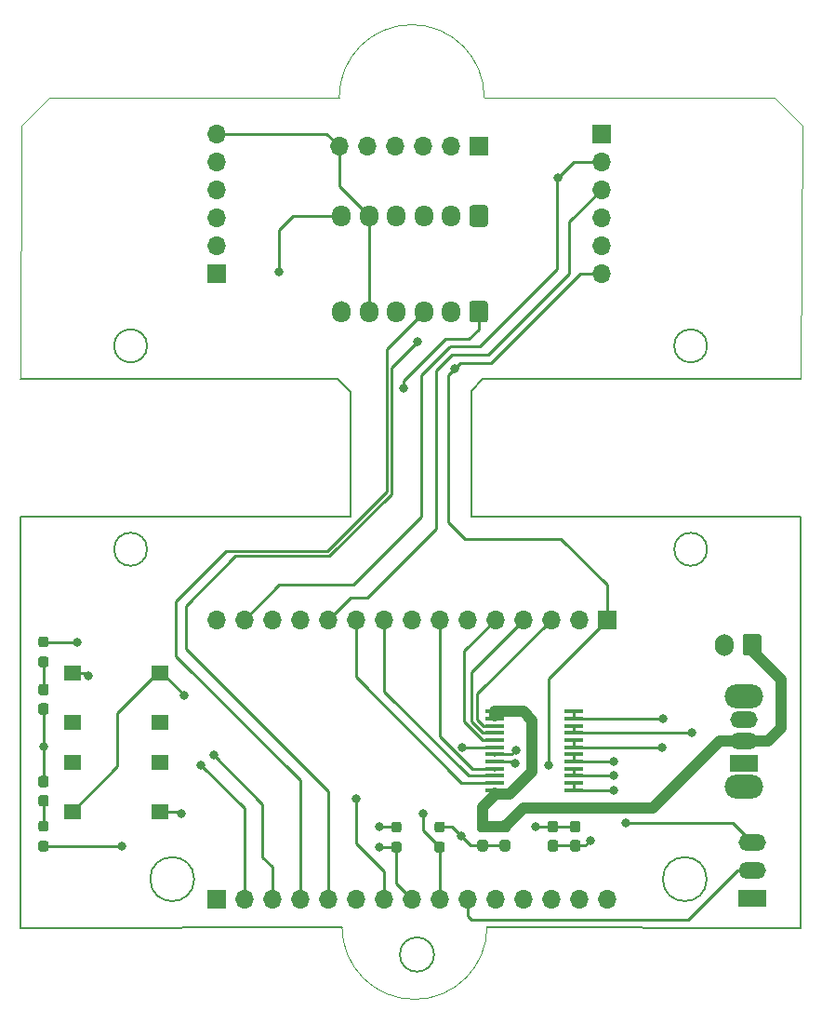
<source format=gbr>
G04 #@! TF.GenerationSoftware,KiCad,Pcbnew,5.1.10-88a1d61d58~90~ubuntu20.04.1*
G04 #@! TF.CreationDate,2021-09-26T11:40:27+02:00*
G04 #@! TF.ProjectId,micromouse_v2,6d696372-6f6d-46f7-9573-655f76322e6b,rev?*
G04 #@! TF.SameCoordinates,Original*
G04 #@! TF.FileFunction,Copper,L1,Top*
G04 #@! TF.FilePolarity,Positive*
%FSLAX46Y46*%
G04 Gerber Fmt 4.6, Leading zero omitted, Abs format (unit mm)*
G04 Created by KiCad (PCBNEW 5.1.10-88a1d61d58~90~ubuntu20.04.1) date 2021-09-26 11:40:27*
%MOMM*%
%LPD*%
G01*
G04 APERTURE LIST*
G04 #@! TA.AperFunction,Profile*
%ADD10C,0.200000*%
G04 #@! TD*
G04 #@! TA.AperFunction,Profile*
%ADD11C,0.050000*%
G04 #@! TD*
G04 #@! TA.AperFunction,ComponentPad*
%ADD12O,2.500000X1.500000*%
G04 #@! TD*
G04 #@! TA.AperFunction,ComponentPad*
%ADD13R,2.500000X1.500000*%
G04 #@! TD*
G04 #@! TA.AperFunction,ComponentPad*
%ADD14O,3.500000X2.200000*%
G04 #@! TD*
G04 #@! TA.AperFunction,SMDPad,CuDef*
%ADD15R,1.600000X1.400000*%
G04 #@! TD*
G04 #@! TA.AperFunction,SMDPad,CuDef*
%ADD16R,1.750000X0.450000*%
G04 #@! TD*
G04 #@! TA.AperFunction,ComponentPad*
%ADD17R,1.700000X1.700000*%
G04 #@! TD*
G04 #@! TA.AperFunction,ComponentPad*
%ADD18O,1.700000X1.700000*%
G04 #@! TD*
G04 #@! TA.AperFunction,ComponentPad*
%ADD19O,1.700000X2.000000*%
G04 #@! TD*
G04 #@! TA.AperFunction,ComponentPad*
%ADD20O,1.700000X1.950000*%
G04 #@! TD*
G04 #@! TA.AperFunction,ViaPad*
%ADD21C,0.800000*%
G04 #@! TD*
G04 #@! TA.AperFunction,Conductor*
%ADD22C,0.250000*%
G04 #@! TD*
G04 #@! TA.AperFunction,Conductor*
%ADD23C,1.000000*%
G04 #@! TD*
G04 APERTURE END LIST*
D10*
X149352063Y-130034000D02*
G75*
G03*
X149352063Y-130034000I-1556063J0D01*
G01*
X182714900Y-127596900D02*
X154178000Y-127508000D01*
D11*
X154178000Y-127508000D02*
G75*
G02*
X140970000Y-127508000I-6604000J0D01*
G01*
X140716000Y-52070000D02*
X114300000Y-52070000D01*
X140716000Y-52070000D02*
G75*
G02*
X153924000Y-52070000I6604000J0D01*
G01*
D10*
X152781000Y-78740000D02*
X153797000Y-77676000D01*
X140589000Y-77676000D02*
X141732000Y-78867000D01*
X152781000Y-78740000D02*
X152781000Y-90170000D01*
D11*
X180340000Y-52070000D02*
X153924000Y-52070000D01*
X182720000Y-77676000D02*
X182880000Y-54610000D01*
X111760000Y-54610000D02*
X111720000Y-77676000D01*
X180340000Y-52070000D02*
X182880000Y-54610000D01*
X111760000Y-54610000D02*
X114300000Y-52070000D01*
D10*
X111720000Y-77676000D02*
X140589000Y-77676000D01*
X141732000Y-90170000D02*
X111720000Y-90176000D01*
X111720000Y-90176000D02*
X111714900Y-127596900D01*
X182720000Y-90176000D02*
X182714900Y-127596900D01*
X123219999Y-93176000D02*
G75*
G03*
X123219999Y-93176000I-1499999J0D01*
G01*
X123219999Y-74676000D02*
G75*
G03*
X123219999Y-74676000I-1499999J0D01*
G01*
X141732000Y-78867000D02*
X141732000Y-90170000D01*
X182720000Y-77676000D02*
X153797000Y-77676000D01*
X152781000Y-90170000D02*
X182720000Y-90176000D01*
X140970000Y-127508000D02*
X111714900Y-127596900D01*
X174180000Y-123176000D02*
G75*
G03*
X174180000Y-123176000I-2000000J0D01*
G01*
X127508000Y-123176000D02*
G75*
G03*
X127508000Y-123176000I-2000000J0D01*
G01*
X174219999Y-93176000D02*
G75*
G03*
X174219999Y-93176000I-1499999J0D01*
G01*
X174219999Y-74676000D02*
G75*
G03*
X174219999Y-74676000I-1499999J0D01*
G01*
D12*
G04 #@! TO.P,SW4,3*
G04 #@! TO.N,STBY*
X178320700Y-119849900D03*
G04 #@! TO.P,SW4,2*
G04 #@! TO.N,Net-(JLEFT1-Pad10)*
X178320700Y-122389900D03*
D13*
G04 #@! TO.P,SW4,1*
G04 #@! TO.N,Net-(SW4-Pad1)*
X178320700Y-124929900D03*
G04 #@! TD*
G04 #@! TO.P,SW3,1*
G04 #@! TO.N,Net-(SW3-Pad1)*
X177546000Y-112636300D03*
D12*
G04 #@! TO.P,SW3,2*
G04 #@! TO.N,+7.5V*
X177546000Y-110636300D03*
G04 #@! TO.P,SW3,3*
G04 #@! TO.N,SW*
X177546000Y-108636300D03*
D14*
G04 #@! TO.P,SW3,*
G04 #@! TO.N,*
X177546000Y-114736300D03*
X177546000Y-106536300D03*
G04 #@! TD*
D15*
G04 #@! TO.P,SW1,2*
G04 #@! TO.N,I2C3.3V*
X116396000Y-117058000D03*
G04 #@! TO.P,SW1,1*
G04 #@! TO.N,Net-(JLEFT1-Pad8)*
X124396000Y-117058000D03*
G04 #@! TO.P,SW1,4*
G04 #@! TO.N,N/C*
X116396000Y-112558000D03*
G04 #@! TO.P,SW1,3*
X124396000Y-112558000D03*
G04 #@! TD*
G04 #@! TO.P,R2,1*
G04 #@! TO.N,Net-(JLEFT1-Pad7)*
G04 #@! TA.AperFunction,SMDPad,CuDef*
G36*
G01*
X113554500Y-101112500D02*
X114029500Y-101112500D01*
G75*
G02*
X114267000Y-101350000I0J-237500D01*
G01*
X114267000Y-101850000D01*
G75*
G02*
X114029500Y-102087500I-237500J0D01*
G01*
X113554500Y-102087500D01*
G75*
G02*
X113317000Y-101850000I0J237500D01*
G01*
X113317000Y-101350000D01*
G75*
G02*
X113554500Y-101112500I237500J0D01*
G01*
G37*
G04 #@! TD.AperFunction*
G04 #@! TO.P,R2,2*
G04 #@! TO.N,Net-(D2-Pad2)*
G04 #@! TA.AperFunction,SMDPad,CuDef*
G36*
G01*
X113554500Y-102937500D02*
X114029500Y-102937500D01*
G75*
G02*
X114267000Y-103175000I0J-237500D01*
G01*
X114267000Y-103675000D01*
G75*
G02*
X114029500Y-103912500I-237500J0D01*
G01*
X113554500Y-103912500D01*
G75*
G02*
X113317000Y-103675000I0J237500D01*
G01*
X113317000Y-103175000D01*
G75*
G02*
X113554500Y-102937500I237500J0D01*
G01*
G37*
G04 #@! TD.AperFunction*
G04 #@! TD*
G04 #@! TO.P,D2,1*
G04 #@! TO.N,GND*
G04 #@! TA.AperFunction,SMDPad,CuDef*
G36*
G01*
X114029500Y-108221000D02*
X113554500Y-108221000D01*
G75*
G02*
X113317000Y-107983500I0J237500D01*
G01*
X113317000Y-107408500D01*
G75*
G02*
X113554500Y-107171000I237500J0D01*
G01*
X114029500Y-107171000D01*
G75*
G02*
X114267000Y-107408500I0J-237500D01*
G01*
X114267000Y-107983500D01*
G75*
G02*
X114029500Y-108221000I-237500J0D01*
G01*
G37*
G04 #@! TD.AperFunction*
G04 #@! TO.P,D2,2*
G04 #@! TO.N,Net-(D2-Pad2)*
G04 #@! TA.AperFunction,SMDPad,CuDef*
G36*
G01*
X114029500Y-106471000D02*
X113554500Y-106471000D01*
G75*
G02*
X113317000Y-106233500I0J237500D01*
G01*
X113317000Y-105658500D01*
G75*
G02*
X113554500Y-105421000I237500J0D01*
G01*
X114029500Y-105421000D01*
G75*
G02*
X114267000Y-105658500I0J-237500D01*
G01*
X114267000Y-106233500D01*
G75*
G02*
X114029500Y-106471000I-237500J0D01*
G01*
G37*
G04 #@! TD.AperFunction*
G04 #@! TD*
G04 #@! TO.P,C1,1*
G04 #@! TO.N,I2C3.3V*
G04 #@! TA.AperFunction,SMDPad,CuDef*
G36*
G01*
X161966900Y-117877300D02*
X162441900Y-117877300D01*
G75*
G02*
X162679400Y-118114800I0J-237500D01*
G01*
X162679400Y-118714800D01*
G75*
G02*
X162441900Y-118952300I-237500J0D01*
G01*
X161966900Y-118952300D01*
G75*
G02*
X161729400Y-118714800I0J237500D01*
G01*
X161729400Y-118114800D01*
G75*
G02*
X161966900Y-117877300I237500J0D01*
G01*
G37*
G04 #@! TD.AperFunction*
G04 #@! TO.P,C1,2*
G04 #@! TO.N,GND*
G04 #@! TA.AperFunction,SMDPad,CuDef*
G36*
G01*
X161966900Y-119602300D02*
X162441900Y-119602300D01*
G75*
G02*
X162679400Y-119839800I0J-237500D01*
G01*
X162679400Y-120439800D01*
G75*
G02*
X162441900Y-120677300I-237500J0D01*
G01*
X161966900Y-120677300D01*
G75*
G02*
X161729400Y-120439800I0J237500D01*
G01*
X161729400Y-119839800D01*
G75*
G02*
X161966900Y-119602300I237500J0D01*
G01*
G37*
G04 #@! TD.AperFunction*
G04 #@! TD*
D16*
G04 #@! TO.P,U1,1*
G04 #@! TO.N,LM+*
X162096000Y-115081000D03*
G04 #@! TO.P,U1,2*
X162096000Y-114431000D03*
G04 #@! TO.P,U1,3*
G04 #@! TO.N,GND*
X162096000Y-113781000D03*
G04 #@! TO.P,U1,4*
X162096000Y-113131000D03*
G04 #@! TO.P,U1,5*
G04 #@! TO.N,LM-*
X162096000Y-112481000D03*
G04 #@! TO.P,U1,6*
X162096000Y-111831000D03*
G04 #@! TO.P,U1,7*
G04 #@! TO.N,RM+*
X162096000Y-111181000D03*
G04 #@! TO.P,U1,8*
X162096000Y-110531000D03*
G04 #@! TO.P,U1,9*
G04 #@! TO.N,GND*
X162096000Y-109881000D03*
G04 #@! TO.P,U1,10*
X162096000Y-109231000D03*
G04 #@! TO.P,U1,11*
G04 #@! TO.N,RM-*
X162096000Y-108581000D03*
G04 #@! TO.P,U1,12*
X162096000Y-107931000D03*
G04 #@! TO.P,U1,13*
G04 #@! TO.N,+7.5V*
X154896000Y-107931000D03*
G04 #@! TO.P,U1,14*
X154896000Y-108581000D03*
G04 #@! TO.P,U1,15*
G04 #@! TO.N,PWMB*
X154896000Y-109231000D03*
G04 #@! TO.P,U1,16*
G04 #@! TO.N,BIN2*
X154896000Y-109881000D03*
G04 #@! TO.P,U1,17*
G04 #@! TO.N,BIN1*
X154896000Y-110531000D03*
G04 #@! TO.P,U1,18*
G04 #@! TO.N,GND*
X154896000Y-111181000D03*
G04 #@! TO.P,U1,19*
G04 #@! TO.N,STBY*
X154896000Y-111831000D03*
G04 #@! TO.P,U1,20*
G04 #@! TO.N,I2C3.3V*
X154896000Y-112481000D03*
G04 #@! TO.P,U1,21*
G04 #@! TO.N,AIN1*
X154896000Y-113131000D03*
G04 #@! TO.P,U1,22*
G04 #@! TO.N,AIN2*
X154896000Y-113781000D03*
G04 #@! TO.P,U1,23*
G04 #@! TO.N,PWMA*
X154896000Y-114431000D03*
G04 #@! TO.P,U1,24*
G04 #@! TO.N,+7.5V*
X154896000Y-115081000D03*
G04 #@! TD*
G04 #@! TO.P,C4,2*
G04 #@! TO.N,+7.5V*
G04 #@! TA.AperFunction,SMDPad,CuDef*
G36*
G01*
X154009100Y-118926900D02*
X153534100Y-118926900D01*
G75*
G02*
X153296600Y-118689400I0J237500D01*
G01*
X153296600Y-118089400D01*
G75*
G02*
X153534100Y-117851900I237500J0D01*
G01*
X154009100Y-117851900D01*
G75*
G02*
X154246600Y-118089400I0J-237500D01*
G01*
X154246600Y-118689400D01*
G75*
G02*
X154009100Y-118926900I-237500J0D01*
G01*
G37*
G04 #@! TD.AperFunction*
G04 #@! TO.P,C4,1*
G04 #@! TO.N,GND*
G04 #@! TA.AperFunction,SMDPad,CuDef*
G36*
G01*
X154009100Y-120651900D02*
X153534100Y-120651900D01*
G75*
G02*
X153296600Y-120414400I0J237500D01*
G01*
X153296600Y-119814400D01*
G75*
G02*
X153534100Y-119576900I237500J0D01*
G01*
X154009100Y-119576900D01*
G75*
G02*
X154246600Y-119814400I0J-237500D01*
G01*
X154246600Y-120414400D01*
G75*
G02*
X154009100Y-120651900I-237500J0D01*
G01*
G37*
G04 #@! TD.AperFunction*
G04 #@! TD*
G04 #@! TO.P,C3,1*
G04 #@! TO.N,+7.5V*
G04 #@! TA.AperFunction,SMDPad,CuDef*
G36*
G01*
X155566100Y-117851900D02*
X156041100Y-117851900D01*
G75*
G02*
X156278600Y-118089400I0J-237500D01*
G01*
X156278600Y-118689400D01*
G75*
G02*
X156041100Y-118926900I-237500J0D01*
G01*
X155566100Y-118926900D01*
G75*
G02*
X155328600Y-118689400I0J237500D01*
G01*
X155328600Y-118089400D01*
G75*
G02*
X155566100Y-117851900I237500J0D01*
G01*
G37*
G04 #@! TD.AperFunction*
G04 #@! TO.P,C3,2*
G04 #@! TO.N,GND*
G04 #@! TA.AperFunction,SMDPad,CuDef*
G36*
G01*
X155566100Y-119576900D02*
X156041100Y-119576900D01*
G75*
G02*
X156278600Y-119814400I0J-237500D01*
G01*
X156278600Y-120414400D01*
G75*
G02*
X156041100Y-120651900I-237500J0D01*
G01*
X155566100Y-120651900D01*
G75*
G02*
X155328600Y-120414400I0J237500D01*
G01*
X155328600Y-119814400D01*
G75*
G02*
X155566100Y-119576900I237500J0D01*
G01*
G37*
G04 #@! TD.AperFunction*
G04 #@! TD*
G04 #@! TO.P,C2,2*
G04 #@! TO.N,I2C3.3V*
G04 #@! TA.AperFunction,SMDPad,CuDef*
G36*
G01*
X160409900Y-118952300D02*
X159934900Y-118952300D01*
G75*
G02*
X159697400Y-118714800I0J237500D01*
G01*
X159697400Y-118114800D01*
G75*
G02*
X159934900Y-117877300I237500J0D01*
G01*
X160409900Y-117877300D01*
G75*
G02*
X160647400Y-118114800I0J-237500D01*
G01*
X160647400Y-118714800D01*
G75*
G02*
X160409900Y-118952300I-237500J0D01*
G01*
G37*
G04 #@! TD.AperFunction*
G04 #@! TO.P,C2,1*
G04 #@! TO.N,GND*
G04 #@! TA.AperFunction,SMDPad,CuDef*
G36*
G01*
X160409900Y-120677300D02*
X159934900Y-120677300D01*
G75*
G02*
X159697400Y-120439800I0J237500D01*
G01*
X159697400Y-119839800D01*
G75*
G02*
X159934900Y-119602300I237500J0D01*
G01*
X160409900Y-119602300D01*
G75*
G02*
X160647400Y-119839800I0J-237500D01*
G01*
X160647400Y-120439800D01*
G75*
G02*
X160409900Y-120677300I-237500J0D01*
G01*
G37*
G04 #@! TD.AperFunction*
G04 #@! TD*
G04 #@! TO.P,D1,2*
G04 #@! TO.N,Net-(D1-Pad2)*
G04 #@! TA.AperFunction,SMDPad,CuDef*
G36*
G01*
X113554500Y-115525000D02*
X114029500Y-115525000D01*
G75*
G02*
X114267000Y-115762500I0J-237500D01*
G01*
X114267000Y-116337500D01*
G75*
G02*
X114029500Y-116575000I-237500J0D01*
G01*
X113554500Y-116575000D01*
G75*
G02*
X113317000Y-116337500I0J237500D01*
G01*
X113317000Y-115762500D01*
G75*
G02*
X113554500Y-115525000I237500J0D01*
G01*
G37*
G04 #@! TD.AperFunction*
G04 #@! TO.P,D1,1*
G04 #@! TO.N,GND*
G04 #@! TA.AperFunction,SMDPad,CuDef*
G36*
G01*
X113554500Y-113775000D02*
X114029500Y-113775000D01*
G75*
G02*
X114267000Y-114012500I0J-237500D01*
G01*
X114267000Y-114587500D01*
G75*
G02*
X114029500Y-114825000I-237500J0D01*
G01*
X113554500Y-114825000D01*
G75*
G02*
X113317000Y-114587500I0J237500D01*
G01*
X113317000Y-114012500D01*
G75*
G02*
X113554500Y-113775000I237500J0D01*
G01*
G37*
G04 #@! TD.AperFunction*
G04 #@! TD*
D17*
G04 #@! TO.P,J1,1*
G04 #@! TO.N,GND*
X129540000Y-68072000D03*
D18*
G04 #@! TO.P,J1,2*
G04 #@! TO.N,I2CSCL*
X129540000Y-65532000D03*
G04 #@! TO.P,J1,3*
G04 #@! TO.N,I2CSDA*
X129540000Y-62992000D03*
G04 #@! TO.P,J1,4*
G04 #@! TO.N,Net-(J1-Pad4)*
X129540000Y-60452000D03*
G04 #@! TO.P,J1,5*
G04 #@! TO.N,Net-(J1-Pad5)*
X129540000Y-57912000D03*
G04 #@! TO.P,J1,6*
G04 #@! TO.N,I2C3.3V*
X129540000Y-55372000D03*
G04 #@! TD*
G04 #@! TO.P,J2,6*
G04 #@! TO.N,I2C3.3V*
X140716000Y-56515000D03*
G04 #@! TO.P,J2,5*
G04 #@! TO.N,Net-(J2-Pad5)*
X143256000Y-56515000D03*
G04 #@! TO.P,J2,4*
G04 #@! TO.N,Net-(J2-Pad4)*
X145796000Y-56515000D03*
G04 #@! TO.P,J2,3*
G04 #@! TO.N,I2CSDA*
X148336000Y-56515000D03*
G04 #@! TO.P,J2,2*
G04 #@! TO.N,I2CSCL*
X150876000Y-56515000D03*
D17*
G04 #@! TO.P,J2,1*
G04 #@! TO.N,GND*
X153416000Y-56515000D03*
G04 #@! TD*
G04 #@! TO.P,J3,1*
G04 #@! TO.N,GND*
X164592000Y-55372000D03*
D18*
G04 #@! TO.P,J3,2*
G04 #@! TO.N,I2CSCL*
X164592000Y-57912000D03*
G04 #@! TO.P,J3,3*
G04 #@! TO.N,I2CSDA*
X164592000Y-60452000D03*
G04 #@! TO.P,J3,4*
G04 #@! TO.N,Net-(J3-Pad4)*
X164592000Y-62992000D03*
G04 #@! TO.P,J3,5*
G04 #@! TO.N,Net-(J3-Pad5)*
X164592000Y-65532000D03*
G04 #@! TO.P,J3,6*
G04 #@! TO.N,I2C3.3V*
X164592000Y-68072000D03*
G04 #@! TD*
G04 #@! TO.P,JBATT1,1*
G04 #@! TO.N,+7.5V*
G04 #@! TA.AperFunction,ComponentPad*
G36*
G01*
X179158000Y-101116700D02*
X179158000Y-102616700D01*
G75*
G02*
X178908000Y-102866700I-250000J0D01*
G01*
X177708000Y-102866700D01*
G75*
G02*
X177458000Y-102616700I0J250000D01*
G01*
X177458000Y-101116700D01*
G75*
G02*
X177708000Y-100866700I250000J0D01*
G01*
X178908000Y-100866700D01*
G75*
G02*
X179158000Y-101116700I0J-250000D01*
G01*
G37*
G04 #@! TD.AperFunction*
D19*
G04 #@! TO.P,JBATT1,2*
G04 #@! TO.N,GND*
X175808000Y-101866700D03*
G04 #@! TD*
D17*
G04 #@! TO.P,JLEFT1,1*
G04 #@! TO.N,Net-(JLEFT1-Pad1)*
X129540000Y-124968000D03*
D18*
G04 #@! TO.P,JLEFT1,2*
G04 #@! TO.N,LMAP*
X132080000Y-124968000D03*
G04 #@! TO.P,JLEFT1,3*
G04 #@! TO.N,LMBP*
X134620000Y-124968000D03*
G04 #@! TO.P,JLEFT1,4*
G04 #@! TO.N,RMBP*
X137160000Y-124968000D03*
G04 #@! TO.P,JLEFT1,5*
G04 #@! TO.N,RMAP*
X139700000Y-124968000D03*
G04 #@! TO.P,JLEFT1,6*
G04 #@! TO.N,Net-(JLEFT1-Pad6)*
X142240000Y-124968000D03*
G04 #@! TO.P,JLEFT1,7*
G04 #@! TO.N,Net-(JLEFT1-Pad7)*
X144780000Y-124968000D03*
G04 #@! TO.P,JLEFT1,8*
G04 #@! TO.N,Net-(JLEFT1-Pad8)*
X147320000Y-124968000D03*
G04 #@! TO.P,JLEFT1,9*
G04 #@! TO.N,Net-(JLEFT1-Pad9)*
X149860000Y-124968000D03*
G04 #@! TO.P,JLEFT1,10*
G04 #@! TO.N,Net-(JLEFT1-Pad10)*
X152400000Y-124968000D03*
G04 #@! TO.P,JLEFT1,11*
G04 #@! TO.N,Net-(JLEFT1-Pad11)*
X154940000Y-124968000D03*
G04 #@! TO.P,JLEFT1,12*
G04 #@! TO.N,Net-(JLEFT1-Pad12)*
X157480000Y-124968000D03*
G04 #@! TO.P,JLEFT1,13*
G04 #@! TO.N,Net-(JLEFT1-Pad13)*
X160020000Y-124968000D03*
G04 #@! TO.P,JLEFT1,14*
G04 #@! TO.N,GND*
X162560000Y-124968000D03*
G04 #@! TO.P,JLEFT1,15*
G04 #@! TO.N,SW*
X165100000Y-124968000D03*
G04 #@! TD*
G04 #@! TO.P,JRIGHT1,15*
G04 #@! TO.N,Net-(JRIGHT1-Pad15)*
X129540000Y-99568000D03*
G04 #@! TO.P,JRIGHT1,14*
G04 #@! TO.N,I2CSCL*
X132080000Y-99568000D03*
G04 #@! TO.P,JRIGHT1,13*
G04 #@! TO.N,Net-(JRIGHT1-Pad13)*
X134620000Y-99568000D03*
G04 #@! TO.P,JRIGHT1,12*
G04 #@! TO.N,Net-(JRIGHT1-Pad12)*
X137160000Y-99568000D03*
G04 #@! TO.P,JRIGHT1,11*
G04 #@! TO.N,I2CSDA*
X139700000Y-99568000D03*
G04 #@! TO.P,JRIGHT1,10*
G04 #@! TO.N,PWMA*
X142240000Y-99568000D03*
G04 #@! TO.P,JRIGHT1,9*
G04 #@! TO.N,AIN2*
X144780000Y-99568000D03*
G04 #@! TO.P,JRIGHT1,8*
G04 #@! TO.N,Net-(JRIGHT1-Pad8)*
X147320000Y-99568000D03*
G04 #@! TO.P,JRIGHT1,7*
G04 #@! TO.N,AIN1*
X149860000Y-99568000D03*
G04 #@! TO.P,JRIGHT1,6*
G04 #@! TO.N,Net-(JRIGHT1-Pad6)*
X152400000Y-99568000D03*
G04 #@! TO.P,JRIGHT1,5*
G04 #@! TO.N,BIN1*
X154940000Y-99568000D03*
G04 #@! TO.P,JRIGHT1,4*
G04 #@! TO.N,BIN2*
X157480000Y-99568000D03*
G04 #@! TO.P,JRIGHT1,3*
G04 #@! TO.N,PWMB*
X160020000Y-99568000D03*
G04 #@! TO.P,JRIGHT1,2*
G04 #@! TO.N,GND*
X162560000Y-99568000D03*
D17*
G04 #@! TO.P,JRIGHT1,1*
G04 #@! TO.N,I2C3.3V*
X165100000Y-99568000D03*
G04 #@! TD*
G04 #@! TO.P,R4,2*
G04 #@! TO.N,GND*
G04 #@! TA.AperFunction,SMDPad,CuDef*
G36*
G01*
X146160500Y-118931500D02*
X145685500Y-118931500D01*
G75*
G02*
X145448000Y-118694000I0J237500D01*
G01*
X145448000Y-118194000D01*
G75*
G02*
X145685500Y-117956500I237500J0D01*
G01*
X146160500Y-117956500D01*
G75*
G02*
X146398000Y-118194000I0J-237500D01*
G01*
X146398000Y-118694000D01*
G75*
G02*
X146160500Y-118931500I-237500J0D01*
G01*
G37*
G04 #@! TD.AperFunction*
G04 #@! TO.P,R4,1*
G04 #@! TO.N,Net-(JLEFT1-Pad8)*
G04 #@! TA.AperFunction,SMDPad,CuDef*
G36*
G01*
X146160500Y-120756500D02*
X145685500Y-120756500D01*
G75*
G02*
X145448000Y-120519000I0J237500D01*
G01*
X145448000Y-120019000D01*
G75*
G02*
X145685500Y-119781500I237500J0D01*
G01*
X146160500Y-119781500D01*
G75*
G02*
X146398000Y-120019000I0J-237500D01*
G01*
X146398000Y-120519000D01*
G75*
G02*
X146160500Y-120756500I-237500J0D01*
G01*
G37*
G04 #@! TD.AperFunction*
G04 #@! TD*
G04 #@! TO.P,R3,1*
G04 #@! TO.N,GND*
G04 #@! TA.AperFunction,SMDPad,CuDef*
G36*
G01*
X149622500Y-117956500D02*
X150097500Y-117956500D01*
G75*
G02*
X150335000Y-118194000I0J-237500D01*
G01*
X150335000Y-118694000D01*
G75*
G02*
X150097500Y-118931500I-237500J0D01*
G01*
X149622500Y-118931500D01*
G75*
G02*
X149385000Y-118694000I0J237500D01*
G01*
X149385000Y-118194000D01*
G75*
G02*
X149622500Y-117956500I237500J0D01*
G01*
G37*
G04 #@! TD.AperFunction*
G04 #@! TO.P,R3,2*
G04 #@! TO.N,Net-(JLEFT1-Pad9)*
G04 #@! TA.AperFunction,SMDPad,CuDef*
G36*
G01*
X149622500Y-119781500D02*
X150097500Y-119781500D01*
G75*
G02*
X150335000Y-120019000I0J-237500D01*
G01*
X150335000Y-120519000D01*
G75*
G02*
X150097500Y-120756500I-237500J0D01*
G01*
X149622500Y-120756500D01*
G75*
G02*
X149385000Y-120519000I0J237500D01*
G01*
X149385000Y-120019000D01*
G75*
G02*
X149622500Y-119781500I237500J0D01*
G01*
G37*
G04 #@! TD.AperFunction*
G04 #@! TD*
G04 #@! TO.P,R1,2*
G04 #@! TO.N,Net-(D1-Pad2)*
G04 #@! TA.AperFunction,SMDPad,CuDef*
G36*
G01*
X114029500Y-118851500D02*
X113554500Y-118851500D01*
G75*
G02*
X113317000Y-118614000I0J237500D01*
G01*
X113317000Y-118114000D01*
G75*
G02*
X113554500Y-117876500I237500J0D01*
G01*
X114029500Y-117876500D01*
G75*
G02*
X114267000Y-118114000I0J-237500D01*
G01*
X114267000Y-118614000D01*
G75*
G02*
X114029500Y-118851500I-237500J0D01*
G01*
G37*
G04 #@! TD.AperFunction*
G04 #@! TO.P,R1,1*
G04 #@! TO.N,Net-(JLEFT1-Pad6)*
G04 #@! TA.AperFunction,SMDPad,CuDef*
G36*
G01*
X114029500Y-120676500D02*
X113554500Y-120676500D01*
G75*
G02*
X113317000Y-120439000I0J237500D01*
G01*
X113317000Y-119939000D01*
G75*
G02*
X113554500Y-119701500I237500J0D01*
G01*
X114029500Y-119701500D01*
G75*
G02*
X114267000Y-119939000I0J-237500D01*
G01*
X114267000Y-120439000D01*
G75*
G02*
X114029500Y-120676500I-237500J0D01*
G01*
G37*
G04 #@! TD.AperFunction*
G04 #@! TD*
D15*
G04 #@! TO.P,SW2,3*
G04 #@! TO.N,N/C*
X116396000Y-108930000D03*
G04 #@! TO.P,SW2,4*
X124396000Y-108930000D03*
G04 #@! TO.P,SW2,1*
G04 #@! TO.N,Net-(JLEFT1-Pad9)*
X116396000Y-104430000D03*
G04 #@! TO.P,SW2,2*
G04 #@! TO.N,I2C3.3V*
X124396000Y-104430000D03*
G04 #@! TD*
G04 #@! TO.P,JMLEFT1,1*
G04 #@! TO.N,LM-*
G04 #@! TA.AperFunction,ComponentPad*
G36*
G01*
X154266000Y-62140000D02*
X154266000Y-63590000D01*
G75*
G02*
X154016000Y-63840000I-250000J0D01*
G01*
X152816000Y-63840000D01*
G75*
G02*
X152566000Y-63590000I0J250000D01*
G01*
X152566000Y-62140000D01*
G75*
G02*
X152816000Y-61890000I250000J0D01*
G01*
X154016000Y-61890000D01*
G75*
G02*
X154266000Y-62140000I0J-250000D01*
G01*
G37*
G04 #@! TD.AperFunction*
D20*
G04 #@! TO.P,JMLEFT1,2*
G04 #@! TO.N,GND*
X150916000Y-62865000D03*
G04 #@! TO.P,JMLEFT1,3*
G04 #@! TO.N,LMBP*
X148416000Y-62865000D03*
G04 #@! TO.P,JMLEFT1,4*
G04 #@! TO.N,LMAP*
X145916000Y-62865000D03*
G04 #@! TO.P,JMLEFT1,5*
G04 #@! TO.N,I2C3.3V*
X143416000Y-62865000D03*
G04 #@! TO.P,JMLEFT1,6*
G04 #@! TO.N,LM+*
X140916000Y-62865000D03*
G04 #@! TD*
G04 #@! TO.P,JMRIGHT1,6*
G04 #@! TO.N,RM+*
X140916000Y-71577200D03*
G04 #@! TO.P,JMRIGHT1,5*
G04 #@! TO.N,I2C3.3V*
X143416000Y-71577200D03*
G04 #@! TO.P,JMRIGHT1,4*
G04 #@! TO.N,RMAP*
X145916000Y-71577200D03*
G04 #@! TO.P,JMRIGHT1,3*
G04 #@! TO.N,RMBP*
X148416000Y-71577200D03*
G04 #@! TO.P,JMRIGHT1,2*
G04 #@! TO.N,GND*
X150916000Y-71577200D03*
G04 #@! TO.P,JMRIGHT1,1*
G04 #@! TO.N,RM-*
G04 #@! TA.AperFunction,ComponentPad*
G36*
G01*
X154266000Y-70852200D02*
X154266000Y-72302200D01*
G75*
G02*
X154016000Y-72552200I-250000J0D01*
G01*
X152816000Y-72552200D01*
G75*
G02*
X152566000Y-72302200I0J250000D01*
G01*
X152566000Y-70852200D01*
G75*
G02*
X152816000Y-70602200I250000J0D01*
G01*
X154016000Y-70602200D01*
G75*
G02*
X154266000Y-70852200I0J-250000D01*
G01*
G37*
G04 #@! TD.AperFunction*
G04 #@! TD*
D21*
G04 #@! TO.N,LM+*
X165690600Y-115081000D03*
X135255000Y-67945000D03*
G04 #@! TO.N,GND*
X165669800Y-113781000D03*
X172847000Y-109867700D03*
X144352000Y-118444000D03*
X163576000Y-119634000D03*
X113792000Y-111125000D03*
X151856100Y-119288900D03*
X151948000Y-111181000D03*
G04 #@! TO.N,LM-*
X165699800Y-112481000D03*
G04 #@! TO.N,RM+*
X170124000Y-111181000D03*
G04 #@! TO.N,RM-*
X170176000Y-108581000D03*
X146558000Y-78486000D03*
G04 #@! TO.N,STBY*
X156781500Y-111442500D03*
X166814500Y-118046500D03*
G04 #@! TO.N,I2CSCL*
X160591500Y-59372500D03*
G04 #@! TO.N,I2C3.3V*
X151193500Y-76771500D03*
X158572200Y-118414800D03*
X156718000Y-112649000D03*
X159766000Y-112776000D03*
X126619000Y-106426000D03*
G04 #@! TO.N,Net-(JLEFT1-Pad6)*
X120904000Y-120142000D03*
G04 #@! TO.N,Net-(JLEFT1-Pad7)*
X142240000Y-115824000D03*
X116840000Y-101600000D03*
G04 #@! TO.N,Net-(JLEFT1-Pad8)*
X144399000Y-120269000D03*
X126365000Y-117221000D03*
G04 #@! TO.N,Net-(JLEFT1-Pad9)*
X148336000Y-117221000D03*
X117856000Y-104648000D03*
G04 #@! TO.N,LMAP*
X128143000Y-112776000D03*
G04 #@! TO.N,LMBP*
X129286000Y-111887000D03*
G04 #@! TO.N,RMAP*
X147828000Y-74295000D03*
G04 #@! TD*
D22*
G04 #@! TO.N,LM+*
X162096000Y-115081000D02*
X165690600Y-115081000D01*
X162096000Y-115081000D02*
X162096000Y-114431000D01*
X165690600Y-115081000D02*
X165792200Y-115081000D01*
X137795000Y-62865000D02*
X136525000Y-62865000D01*
X140916000Y-62865000D02*
X137795000Y-62865000D01*
X137795000Y-62865000D02*
X137541000Y-62865000D01*
X136525000Y-62865000D02*
X135255000Y-64135000D01*
X135255000Y-64135000D02*
X135255000Y-67945000D01*
X135255000Y-67945000D02*
X135255000Y-67945000D01*
G04 #@! TO.N,GND*
X154896000Y-111181000D02*
X151948000Y-111181000D01*
X151948000Y-111181000D02*
X151948000Y-111181000D01*
X162096000Y-109231000D02*
X162096000Y-109881000D01*
X162154200Y-109881000D02*
X162154800Y-109880400D01*
X162096000Y-109881000D02*
X162154200Y-109881000D01*
X162154800Y-109880400D02*
X164795200Y-109880400D01*
X164795200Y-109880400D02*
X165658800Y-109880400D01*
X162096000Y-113781000D02*
X162096000Y-113131000D01*
X162096000Y-113781000D02*
X165669800Y-113781000D01*
X165658800Y-109880400D02*
X165658800Y-109880400D01*
X165669800Y-113781000D02*
X165771400Y-113781000D01*
X165658800Y-109880400D02*
X170027600Y-109880400D01*
X170027600Y-109880400D02*
X170027600Y-109880400D01*
X170027600Y-109880400D02*
X170154600Y-109880400D01*
X170154600Y-109880400D02*
X170154600Y-109880400D01*
X145923000Y-118444000D02*
X144352000Y-118444000D01*
X144352000Y-118444000D02*
X144352000Y-118444000D01*
X160172400Y-120139800D02*
X162204400Y-120139800D01*
X153771600Y-120114400D02*
X155803600Y-120114400D01*
X153771600Y-120114400D02*
X152681600Y-120114400D01*
X162204400Y-120139800D02*
X163070200Y-120139800D01*
X163070200Y-120139800D02*
X163576000Y-119634000D01*
X163576000Y-119634000D02*
X163576000Y-119634000D01*
X152681600Y-120114400D02*
X152681600Y-120114400D01*
X113792000Y-107696000D02*
X113792000Y-111125000D01*
X113792000Y-111125000D02*
X113792000Y-114300000D01*
X151011200Y-118444000D02*
X151856100Y-119288900D01*
X149860000Y-118444000D02*
X151011200Y-118444000D01*
X151856100Y-119288900D02*
X152681600Y-120114400D01*
X151948000Y-111181000D02*
X151948000Y-111181000D01*
X172834300Y-109880400D02*
X172847000Y-109867700D01*
X170027600Y-109880400D02*
X172834300Y-109880400D01*
G04 #@! TO.N,LM-*
X162096000Y-111831000D02*
X162096000Y-112481000D01*
X162096000Y-112481000D02*
X165699800Y-112481000D01*
X165699800Y-112481000D02*
X165699800Y-112481000D01*
X165699800Y-112481000D02*
X165801400Y-112481000D01*
G04 #@! TO.N,RM+*
X162096000Y-110531000D02*
X162096000Y-111181000D01*
X162096000Y-111181000D02*
X165679000Y-111181000D01*
X165679000Y-111181000D02*
X165679000Y-111181000D01*
X140916000Y-71577200D02*
X140916000Y-70666000D01*
X140916000Y-71577200D02*
X140919200Y-71577200D01*
X165679000Y-111181000D02*
X169870000Y-111181000D01*
X169870000Y-111181000D02*
X170124000Y-111181000D01*
X170124000Y-111181000D02*
X170124000Y-111181000D01*
G04 #@! TO.N,RM-*
X162096000Y-107931000D02*
X162096000Y-108581000D01*
X162096000Y-108581000D02*
X165637400Y-108581000D01*
X165637400Y-108581000D02*
X165637400Y-108581000D01*
X165637400Y-108581000D02*
X170176000Y-108581000D01*
X170176000Y-108581000D02*
X170176000Y-108581000D01*
X146558000Y-78486000D02*
X146558000Y-77851000D01*
X146558000Y-77851000D02*
X150368000Y-74041000D01*
X150368000Y-74041000D02*
X152527000Y-74041000D01*
X153416000Y-73152000D02*
X153416000Y-71577200D01*
X152527000Y-74041000D02*
X153416000Y-73152000D01*
G04 #@! TO.N,PWMB*
X153301700Y-106286300D02*
X160020000Y-99568000D01*
X153301700Y-108671702D02*
X153301700Y-106286300D01*
X153860998Y-109231000D02*
X153301700Y-108671702D01*
X154896000Y-109231000D02*
X153860998Y-109231000D01*
G04 #@! TO.N,BIN2*
X152717500Y-104330500D02*
X157480000Y-99568000D01*
X152717500Y-108826300D02*
X152717500Y-104330500D01*
X153772200Y-109881000D02*
X152717500Y-108826300D01*
X154896000Y-109881000D02*
X153772200Y-109881000D01*
G04 #@! TO.N,BIN1*
X152107900Y-102400100D02*
X154940000Y-99568000D01*
X152107900Y-108853110D02*
X152107900Y-102400100D01*
X153785790Y-110531000D02*
X152107900Y-108853110D01*
X154896000Y-110531000D02*
X153785790Y-110531000D01*
G04 #@! TO.N,STBY*
X154820999Y-111906001D02*
X154896000Y-111831000D01*
X154896000Y-111831000D02*
X156393000Y-111831000D01*
X156393000Y-111831000D02*
X156781500Y-111442500D01*
X156781500Y-111442500D02*
X156845000Y-111379000D01*
X176517300Y-118046500D02*
X178320700Y-119849900D01*
X166814500Y-118046500D02*
X176517300Y-118046500D01*
G04 #@! TO.N,AIN1*
X154820999Y-113206001D02*
X154896000Y-113131000D01*
X149860000Y-110166002D02*
X149860000Y-99568000D01*
X152824998Y-113131000D02*
X149860000Y-110166002D01*
X154896000Y-113131000D02*
X152824998Y-113131000D01*
G04 #@! TO.N,AIN2*
X152465200Y-113781000D02*
X144780000Y-106095800D01*
X144780000Y-106095800D02*
X144780000Y-99568000D01*
X154896000Y-113781000D02*
X152465200Y-113781000D01*
G04 #@! TO.N,PWMA*
X142240000Y-104813100D02*
X142240000Y-99568000D01*
X151857900Y-114431000D02*
X142240000Y-104813100D01*
X154896000Y-114431000D02*
X151857900Y-114431000D01*
G04 #@! TO.N,Net-(D1-Pad2)*
X113792000Y-116050000D02*
X113792000Y-118364000D01*
G04 #@! TO.N,Net-(D2-Pad2)*
X113792000Y-105946000D02*
X113792000Y-103425000D01*
G04 #@! TO.N,I2CSCL*
X132080000Y-99568000D02*
X135255000Y-96393000D01*
X135255000Y-96393000D02*
X141986000Y-96393000D01*
X141986000Y-96393000D02*
X148209000Y-90170000D01*
X148209000Y-90170000D02*
X148209000Y-80772000D01*
X148209000Y-80772000D02*
X148209000Y-77343000D01*
X148209000Y-77343000D02*
X149479000Y-76073000D01*
X149479000Y-76073000D02*
X150749000Y-74803000D01*
X150749000Y-74803000D02*
X150876000Y-74676000D01*
X150876000Y-74676000D02*
X153543000Y-74676000D01*
X153543000Y-74676000D02*
X155321000Y-72898000D01*
X155321000Y-72898000D02*
X160528000Y-67691000D01*
X160528000Y-67691000D02*
X160528000Y-65913000D01*
X160528000Y-65913000D02*
X160528000Y-59944000D01*
X160528000Y-59944000D02*
X160528000Y-59436000D01*
X162052000Y-57912000D02*
X160591500Y-59372500D01*
X164592000Y-57912000D02*
X162052000Y-57912000D01*
X160591500Y-59372500D02*
X160528000Y-59436000D01*
G04 #@! TO.N,I2CSDA*
X149504400Y-91287600D02*
X149504400Y-90576400D01*
X143256000Y-97536000D02*
X149504400Y-91287600D01*
X141732000Y-97536000D02*
X143256000Y-97536000D01*
X139700000Y-99568000D02*
X141732000Y-97536000D01*
X149504400Y-90576400D02*
X149504400Y-90830400D01*
X161671000Y-68072000D02*
X161671000Y-63373000D01*
X154305000Y-75438000D02*
X161671000Y-68072000D01*
X161671000Y-63373000D02*
X164592000Y-60452000D01*
X151003000Y-75438000D02*
X154305000Y-75438000D01*
X149504400Y-76936600D02*
X151003000Y-75438000D01*
X149504400Y-90576400D02*
X149504400Y-76936600D01*
G04 #@! TO.N,I2C3.3V*
X162204400Y-118414800D02*
X160172400Y-118414800D01*
X139573000Y-55372000D02*
X140716000Y-56515000D01*
X129540000Y-55372000D02*
X139573000Y-55372000D01*
X140716000Y-60165000D02*
X143416000Y-62865000D01*
X140716000Y-56515000D02*
X140716000Y-60165000D01*
X143416000Y-62865000D02*
X143416000Y-71577200D01*
X162687000Y-68072000D02*
X164592000Y-68072000D01*
X150622000Y-90678000D02*
X150622000Y-77978000D01*
X152146000Y-92202000D02*
X150622000Y-90678000D01*
X160909000Y-92202000D02*
X152146000Y-92202000D01*
X165100000Y-96393000D02*
X160909000Y-92202000D01*
X165100000Y-99568000D02*
X165100000Y-96393000D01*
X154495500Y-76263500D02*
X151701500Y-76263500D01*
X154495500Y-76263500D02*
X162687000Y-68072000D01*
X150622000Y-77343000D02*
X150622000Y-77978000D01*
X151701500Y-76263500D02*
X151193500Y-76771500D01*
X151193500Y-76771500D02*
X150622000Y-77343000D01*
X124396000Y-104430000D02*
X124170000Y-104430000D01*
X124170000Y-104430000D02*
X120523000Y-108077000D01*
X120523000Y-112931000D02*
X116396000Y-117058000D01*
X120523000Y-108077000D02*
X120523000Y-112931000D01*
X165100000Y-99568000D02*
X165100000Y-99949000D01*
X154896000Y-112481000D02*
X156479600Y-112481000D01*
X160172400Y-118414800D02*
X158572200Y-118414800D01*
X158572200Y-118414800D02*
X158496000Y-118491000D01*
X158572200Y-118414800D02*
X158572200Y-118414800D01*
X156479600Y-112481000D02*
X156550000Y-112481000D01*
X156550000Y-112481000D02*
X156718000Y-112649000D01*
X156718000Y-112649000D02*
X156718000Y-112649000D01*
X159766000Y-104902000D02*
X165100000Y-99568000D01*
X159766000Y-112776000D02*
X159766000Y-104902000D01*
X124396000Y-104430000D02*
X124623000Y-104430000D01*
X124623000Y-104430000D02*
X126619000Y-106426000D01*
X126619000Y-106426000D02*
X126619000Y-106426000D01*
G04 #@! TO.N,Net-(JLEFT1-Pad6)*
X113745000Y-120189000D02*
X113792000Y-120189000D01*
X113792000Y-120189000D02*
X113792000Y-120396000D01*
X113792000Y-120189000D02*
X120824000Y-120189000D01*
G04 #@! TO.N,Net-(JLEFT1-Pad7)*
X144780000Y-124968000D02*
X144780000Y-122428000D01*
X142240000Y-119888000D02*
X144780000Y-122428000D01*
X113792000Y-101600000D02*
X113538000Y-101600000D01*
X142240000Y-119888000D02*
X142240000Y-115824000D01*
X142240000Y-115824000D02*
X142240000Y-115824000D01*
X113792000Y-101600000D02*
X116840000Y-101600000D01*
G04 #@! TO.N,Net-(JLEFT1-Pad8)*
X145796000Y-120142000D02*
X145923000Y-120269000D01*
X145923000Y-123571000D02*
X147320000Y-124968000D01*
X145923000Y-120269000D02*
X145923000Y-123571000D01*
X145923000Y-120269000D02*
X144399000Y-120269000D01*
X144399000Y-120269000D02*
X144399000Y-120269000D01*
X126202000Y-117058000D02*
X126365000Y-117221000D01*
X124396000Y-117058000D02*
X126202000Y-117058000D01*
G04 #@! TO.N,Net-(JLEFT1-Pad9)*
X149860000Y-120269000D02*
X149860000Y-124968000D01*
X148336000Y-118745000D02*
X149860000Y-120269000D01*
X148336000Y-117221000D02*
X148336000Y-118745000D01*
X117638000Y-104430000D02*
X117856000Y-104648000D01*
X116396000Y-104430000D02*
X117638000Y-104430000D01*
G04 #@! TO.N,Net-(JLEFT1-Pad10)*
X152400000Y-126492000D02*
X152400000Y-124968000D01*
X172466000Y-126873000D02*
X152781000Y-126873000D01*
X152781000Y-126873000D02*
X152400000Y-126492000D01*
X176949100Y-122389900D02*
X172466000Y-126873000D01*
X178320700Y-122389900D02*
X176949100Y-122389900D01*
G04 #@! TO.N,+7.5V*
X154896000Y-107931000D02*
X154896000Y-108581000D01*
D23*
X154896000Y-115399000D02*
X154896000Y-115356001D01*
X154940000Y-115443000D02*
X154896000Y-115399000D01*
X153797000Y-118364000D02*
X153771600Y-118389400D01*
X154940000Y-118364000D02*
X153797000Y-118364000D01*
X155778200Y-118364000D02*
X155803600Y-118389400D01*
X154940000Y-118364000D02*
X155778200Y-118364000D01*
X154896000Y-107931000D02*
X157461000Y-107931000D01*
X157461000Y-107931000D02*
X158242000Y-108712000D01*
X154896000Y-107931000D02*
X154896000Y-108305999D01*
X178308000Y-101866700D02*
X178308000Y-102362000D01*
X178308000Y-102362000D02*
X180975000Y-105029000D01*
X179796000Y-110636300D02*
X177546000Y-110636300D01*
X180975000Y-109457300D02*
X179796000Y-110636300D01*
X180975000Y-105029000D02*
X180975000Y-109457300D01*
X169291000Y-116713000D02*
X157480000Y-116713000D01*
X175367700Y-110636300D02*
X169291000Y-116713000D01*
X157480000Y-116713000D02*
X155803600Y-118389400D01*
X177546000Y-110636300D02*
X175367700Y-110636300D01*
X156244002Y-115443000D02*
X158242000Y-113445002D01*
X154940000Y-115443000D02*
X156244002Y-115443000D01*
X158242000Y-113445002D02*
X158242000Y-108712000D01*
X153771600Y-116611400D02*
X154940000Y-115443000D01*
X153771600Y-118389400D02*
X153771600Y-116611400D01*
D22*
G04 #@! TO.N,LMAP*
X132080000Y-124968000D02*
X132080000Y-116713000D01*
X132080000Y-116713000D02*
X128143000Y-112776000D01*
X128143000Y-112776000D02*
X128143000Y-112776000D01*
G04 #@! TO.N,LMBP*
X134620000Y-124968000D02*
X134620000Y-122047000D01*
X134620000Y-122047000D02*
X133731000Y-121158000D01*
X133731000Y-121158000D02*
X133731000Y-116332000D01*
X133731000Y-116332000D02*
X129286000Y-111887000D01*
X129286000Y-111887000D02*
X129286000Y-111887000D01*
G04 #@! TO.N,RMAP*
X145484010Y-88149454D02*
X145484009Y-78426599D01*
X139838454Y-93795010D02*
X145484010Y-88149454D01*
X139700000Y-115189000D02*
X126746000Y-102235000D01*
X139700000Y-124968000D02*
X139700000Y-115189000D01*
X131248990Y-93795010D02*
X139838454Y-93795010D01*
X126746000Y-98298000D02*
X131248990Y-93795010D01*
X126746000Y-102235000D02*
X126746000Y-98298000D01*
X145484009Y-78426599D02*
X145484009Y-76638991D01*
X145484009Y-76638991D02*
X147828000Y-74295000D01*
G04 #@! TO.N,RMBP*
X145034000Y-87963054D02*
X139652054Y-93345000D01*
X139652054Y-93345000D02*
X130429000Y-93345000D01*
X130429000Y-93345000D02*
X125857000Y-97917000D01*
X137160000Y-124968000D02*
X137160000Y-114173000D01*
X137160000Y-114173000D02*
X125857000Y-102870000D01*
X125857000Y-102870000D02*
X125857000Y-97917000D01*
X145034000Y-74959200D02*
X148416000Y-71577200D01*
X145034000Y-78740000D02*
X145034000Y-74959200D01*
X145034000Y-78613000D02*
X145034000Y-78740000D01*
X145034000Y-78740000D02*
X145034000Y-87963054D01*
G04 #@! TD*
M02*

</source>
